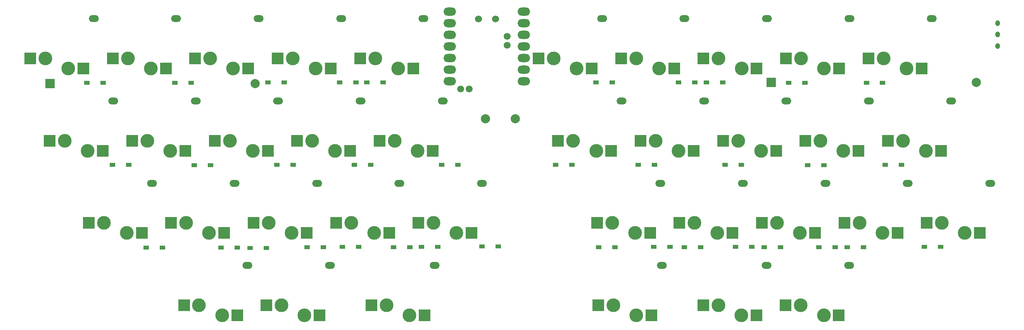
<source format=gbr>
%TF.GenerationSoftware,KiCad,Pcbnew,8.0.7*%
%TF.CreationDate,2025-05-18T22:23:59+09:00*%
%TF.ProjectId,cool436,636f6f6c-3433-4362-9e6b-696361645f70,rev?*%
%TF.SameCoordinates,Original*%
%TF.FileFunction,Soldermask,Bot*%
%TF.FilePolarity,Negative*%
%FSLAX46Y46*%
G04 Gerber Fmt 4.6, Leading zero omitted, Abs format (unit mm)*
G04 Created by KiCad (PCBNEW 8.0.7) date 2025-05-18 22:23:59*
%MOMM*%
%LPD*%
G01*
G04 APERTURE LIST*
%ADD10C,3.000000*%
%ADD11O,2.200000X1.500000*%
%ADD12R,2.600000X2.600000*%
%ADD13R,1.300000X0.950000*%
%ADD14O,1.000000X1.300000*%
%ADD15R,2.000000X2.000000*%
%ADD16C,2.000000*%
%ADD17O,2.750000X1.800000*%
%ADD18C,1.500000*%
%ADD19C,1.524000*%
G04 APERTURE END LIST*
D10*
%TO.C,SW6*%
X30920000Y-38040000D03*
X35920000Y-40240000D03*
D11*
X41470000Y-29340000D03*
D12*
X27620000Y-38040000D03*
X39220000Y-40240000D03*
%TD*%
D10*
%TO.C,SW22*%
X123920000Y-38040000D03*
X128920000Y-40240000D03*
D11*
X134470000Y-29340000D03*
D12*
X120620000Y-38040000D03*
X132220000Y-40240000D03*
%TD*%
D10*
%TO.C,SW14*%
X66920000Y-38040000D03*
X71920000Y-40240000D03*
D11*
X77470000Y-29340000D03*
D12*
X63620000Y-38040000D03*
X75220000Y-40240000D03*
%TD*%
D13*
%TO.C,D6*%
X41175000Y-43360000D03*
X44725000Y-43360000D03*
%TD*%
D10*
%TO.C,SW13*%
X62670000Y-20040000D03*
X67670000Y-22240000D03*
D11*
X73220000Y-11340000D03*
D12*
X59370000Y-20040000D03*
X70970000Y-22240000D03*
%TD*%
D10*
%TO.C,SW24*%
X173620000Y-74040000D03*
X178620000Y-76240000D03*
D11*
X184170000Y-65340000D03*
D12*
X170320000Y-74040000D03*
X181920000Y-76240000D03*
%TD*%
D13*
%TO.C,D7*%
X47005000Y-61390000D03*
X50555000Y-61390000D03*
%TD*%
D10*
%TO.C,SW27*%
X141920000Y-38040000D03*
X146920000Y-40240000D03*
D11*
X152470000Y-29340000D03*
D12*
X138620000Y-38040000D03*
X150220000Y-40240000D03*
%TD*%
D13*
%TO.C,D27*%
X138145000Y-43340000D03*
X141695000Y-43340000D03*
%TD*%
%TO.C,D33*%
X170925000Y-25330000D03*
X174475000Y-25330000D03*
%TD*%
%TO.C,D18*%
X95165000Y-43310000D03*
X98715000Y-43310000D03*
%TD*%
D10*
%TO.C,SW23*%
X132420000Y-56040000D03*
X137420000Y-58240000D03*
D11*
X142970000Y-47340000D03*
D12*
X129120000Y-56040000D03*
X140720000Y-58240000D03*
%TD*%
D13*
%TO.C,D4*%
X53365000Y-61470000D03*
X56915000Y-61470000D03*
%TD*%
D10*
%TO.C,SW3*%
X21420000Y-56040000D03*
X26420000Y-58240000D03*
D11*
X31970000Y-47340000D03*
D12*
X18120000Y-56040000D03*
X29720000Y-58240000D03*
%TD*%
D10*
%TO.C,SW34*%
X191670000Y-20040000D03*
X196670000Y-22240000D03*
D11*
X202220000Y-11340000D03*
D12*
X188370000Y-20040000D03*
X199970000Y-22240000D03*
%TD*%
D10*
%TO.C,SW26*%
X159920000Y-38040000D03*
X164920000Y-40240000D03*
D11*
X170470000Y-29340000D03*
D12*
X156620000Y-38040000D03*
X168220000Y-40240000D03*
%TD*%
D10*
%TO.C,SW4*%
X42220000Y-74040000D03*
X47220000Y-76240000D03*
D11*
X52770000Y-65340000D03*
D12*
X38920000Y-74040000D03*
X50520000Y-76240000D03*
%TD*%
D13*
%TO.C,D22*%
X120080000Y-43350000D03*
X123630000Y-43350000D03*
%TD*%
%TO.C,D26*%
X157085000Y-43320000D03*
X160635000Y-43320000D03*
%TD*%
D14*
%TO.C,SW45*%
X216560000Y-12290000D03*
X216560000Y-14790000D03*
X216560000Y-17290000D03*
%TD*%
D13*
%TO.C,D23*%
X129465000Y-61310000D03*
X133015000Y-61310000D03*
%TD*%
D10*
%TO.C,SW20*%
X155620000Y-74040000D03*
X160620000Y-76240000D03*
D11*
X166170000Y-65340000D03*
D12*
X152320000Y-74040000D03*
X163920000Y-76240000D03*
%TD*%
D10*
%TO.C,SW12*%
X83120000Y-74040000D03*
X88120000Y-76240000D03*
D11*
X93670000Y-65340000D03*
D12*
X79820000Y-74040000D03*
X91420000Y-76240000D03*
%TD*%
D10*
%TO.C,SW33*%
X173670000Y-20040000D03*
X178670000Y-22240000D03*
D11*
X184220000Y-11340000D03*
D12*
X170370000Y-20040000D03*
X181970000Y-22240000D03*
%TD*%
D13*
%TO.C,D32*%
X165655000Y-61340000D03*
X169205000Y-61340000D03*
%TD*%
D10*
%TO.C,SW1*%
X8670000Y-20040000D03*
X13670000Y-22240000D03*
D11*
X19220000Y-11340000D03*
D12*
X5370000Y-20040000D03*
X16970000Y-22240000D03*
%TD*%
D10*
%TO.C,SW29*%
X155670000Y-20040000D03*
X160670000Y-22240000D03*
D11*
X166220000Y-11340000D03*
D12*
X152370000Y-20040000D03*
X163970000Y-22240000D03*
%TD*%
D10*
%TO.C,SW31*%
X186420000Y-56040000D03*
X191420000Y-58240000D03*
D11*
X196970000Y-47340000D03*
D12*
X183120000Y-56040000D03*
X194720000Y-58240000D03*
%TD*%
D15*
%TO.C,BT1*%
X167170000Y-25290000D03*
D16*
X211970000Y-25290000D03*
%TD*%
D13*
%TO.C,D35*%
X192025000Y-43320000D03*
X195575000Y-43320000D03*
%TD*%
%TO.C,D19*%
X104020000Y-61140000D03*
X107570000Y-61140000D03*
%TD*%
D10*
%TO.C,SW35*%
X195920000Y-38040000D03*
X200920000Y-40240000D03*
D11*
X206470000Y-29340000D03*
D12*
X192620000Y-38040000D03*
X204220000Y-40240000D03*
%TD*%
D13*
%TO.C,D1*%
X17675000Y-25330000D03*
X21225000Y-25330000D03*
%TD*%
%TO.C,D5*%
X36945000Y-25340000D03*
X40495000Y-25340000D03*
%TD*%
%TO.C,D10*%
X59215000Y-43310000D03*
X62765000Y-43310000D03*
%TD*%
D10*
%TO.C,SW9*%
X44670000Y-20040000D03*
X49670000Y-22240000D03*
D11*
X55220000Y-11340000D03*
D12*
X41370000Y-20040000D03*
X52970000Y-22240000D03*
%TD*%
D10*
%TO.C,SW19*%
X93420000Y-56040000D03*
X98420000Y-58240000D03*
D11*
X103970000Y-47340000D03*
D12*
X90120000Y-56040000D03*
X101720000Y-58240000D03*
%TD*%
D13*
%TO.C,D14*%
X76135000Y-43330000D03*
X79685000Y-43330000D03*
%TD*%
%TO.C,D31*%
X183705000Y-61360000D03*
X187255000Y-61360000D03*
%TD*%
%TO.C,D15*%
X84655000Y-61330000D03*
X88205000Y-61330000D03*
%TD*%
%TO.C,D3*%
X30695000Y-61420000D03*
X34245000Y-61420000D03*
%TD*%
%TO.C,D12*%
X90815000Y-61300000D03*
X94365000Y-61300000D03*
%TD*%
D10*
%TO.C,SW15*%
X75420000Y-56040000D03*
X80420000Y-58240000D03*
D11*
X85970000Y-47340000D03*
D12*
X72120000Y-56040000D03*
X83720000Y-58240000D03*
%TD*%
D15*
%TO.C,BT2*%
X9630000Y-25560000D03*
D16*
X54430000Y-25560000D03*
%TD*%
D13*
%TO.C,D8*%
X73505000Y-61280000D03*
X77055000Y-61280000D03*
%TD*%
%TO.C,D25*%
X146935000Y-25310000D03*
X150485000Y-25310000D03*
%TD*%
D10*
%TO.C,SW2*%
X12920000Y-38040000D03*
X17920000Y-40240000D03*
D11*
X23470000Y-29340000D03*
D12*
X9620000Y-38040000D03*
X21220000Y-40240000D03*
%TD*%
D10*
%TO.C,SW8*%
X60220000Y-74040000D03*
X65220000Y-76240000D03*
D11*
X70770000Y-65340000D03*
D12*
X56920000Y-74040000D03*
X68520000Y-76240000D03*
%TD*%
D10*
%TO.C,SW16*%
X132720000Y-74040000D03*
X137720000Y-76240000D03*
D11*
X143270000Y-65340000D03*
D12*
X129420000Y-74040000D03*
X141020000Y-76240000D03*
%TD*%
D10*
%TO.C,SW17*%
X80670000Y-20040000D03*
X85670000Y-22240000D03*
D11*
X91220000Y-11340000D03*
D12*
X77370000Y-20040000D03*
X88970000Y-22240000D03*
%TD*%
D13*
%TO.C,D2*%
X23275000Y-43280000D03*
X26825000Y-43280000D03*
%TD*%
%TO.C,D13*%
X72935000Y-25300000D03*
X76485000Y-25300000D03*
%TD*%
D10*
%TO.C,SW36*%
X204420000Y-56040000D03*
X209420000Y-58240000D03*
D11*
X214970000Y-47340000D03*
D12*
X201120000Y-56040000D03*
X212720000Y-58240000D03*
%TD*%
D13*
%TO.C,D20*%
X159375000Y-61240000D03*
X162925000Y-61240000D03*
%TD*%
D10*
%TO.C,SW32*%
X168420000Y-56040000D03*
X173420000Y-58240000D03*
D11*
X178970000Y-47340000D03*
D12*
X165120000Y-56040000D03*
X176720000Y-58240000D03*
%TD*%
D10*
%TO.C,SW7*%
X39420000Y-56040000D03*
X44420000Y-58240000D03*
D11*
X49970000Y-47340000D03*
D12*
X36120000Y-56040000D03*
X47720000Y-58240000D03*
%TD*%
D13*
%TO.C,D24*%
X177585000Y-61330000D03*
X181135000Y-61330000D03*
%TD*%
D10*
%TO.C,SW21*%
X119670000Y-20040000D03*
X124670000Y-22240000D03*
D11*
X130220000Y-11340000D03*
D12*
X116370000Y-20040000D03*
X127970000Y-22240000D03*
%TD*%
D13*
%TO.C,D30*%
X175145000Y-43380000D03*
X178695000Y-43380000D03*
%TD*%
%TO.C,D17*%
X78815000Y-25290000D03*
X82365000Y-25290000D03*
%TD*%
%TO.C,D28*%
X148215000Y-61310000D03*
X151765000Y-61310000D03*
%TD*%
D10*
%TO.C,SW5*%
X26670000Y-20040000D03*
X31670000Y-22240000D03*
D11*
X37220000Y-11340000D03*
D12*
X23370000Y-20040000D03*
X34970000Y-22240000D03*
%TD*%
D10*
%TO.C,SW11*%
X57420000Y-56040000D03*
X62420000Y-58240000D03*
D11*
X67970000Y-47340000D03*
D12*
X54120000Y-56040000D03*
X65720000Y-58240000D03*
%TD*%
D13*
%TO.C,D34*%
X187935000Y-25380000D03*
X191485000Y-25380000D03*
%TD*%
%TO.C,D36*%
X200595000Y-61280000D03*
X204145000Y-61280000D03*
%TD*%
%TO.C,D16*%
X141460000Y-61280000D03*
X145010000Y-61280000D03*
%TD*%
%TO.C,D29*%
X152995000Y-25290000D03*
X156545000Y-25290000D03*
%TD*%
%TO.C,D9*%
X57235000Y-25260000D03*
X60785000Y-25260000D03*
%TD*%
D16*
%TO.C,SW46*%
X104780000Y-33250000D03*
X111280000Y-33250000D03*
%TD*%
D13*
%TO.C,D21*%
X128875000Y-25280000D03*
X132425000Y-25280000D03*
%TD*%
%TO.C,D11*%
X65770000Y-61350000D03*
X69320000Y-61350000D03*
%TD*%
D10*
%TO.C,SW30*%
X177920000Y-38040000D03*
X182920000Y-40240000D03*
D11*
X188470000Y-29340000D03*
D12*
X174620000Y-38040000D03*
X186220000Y-40240000D03*
%TD*%
D10*
%TO.C,SW18*%
X84920000Y-38040000D03*
X89920000Y-40240000D03*
D11*
X95470000Y-29340000D03*
D12*
X81620000Y-38040000D03*
X93220000Y-40240000D03*
%TD*%
D10*
%TO.C,SW28*%
X150420000Y-56040000D03*
X155420000Y-58240000D03*
D11*
X160970000Y-47340000D03*
D12*
X147120000Y-56040000D03*
X158720000Y-58240000D03*
%TD*%
D10*
%TO.C,SW10*%
X48920000Y-38040000D03*
X53920000Y-40240000D03*
D11*
X59470000Y-29340000D03*
D12*
X45620000Y-38040000D03*
X57220000Y-40240000D03*
%TD*%
D10*
%TO.C,SW25*%
X137670000Y-20040000D03*
X142670000Y-22240000D03*
D11*
X148220000Y-11340000D03*
D12*
X134370000Y-20040000D03*
X145970000Y-22240000D03*
%TD*%
D17*
%TO.C,U1*%
X113160000Y-9804000D03*
X113160000Y-12344000D03*
X113160000Y-14884000D03*
X113160000Y-17424000D03*
X113160000Y-19964000D03*
X113160000Y-22504000D03*
X113160000Y-25044000D03*
X96920000Y-25044000D03*
X96920000Y-22504000D03*
X96920000Y-19964000D03*
X96920000Y-17424000D03*
X96920000Y-14884000D03*
X96920000Y-12344000D03*
X96920000Y-9804000D03*
D18*
X101204600Y-26736000D03*
X99325000Y-26736000D03*
X109485000Y-17107000D03*
X109485000Y-15202000D03*
D19*
X106920000Y-11354000D03*
X103200000Y-11414000D03*
%TD*%
M02*

</source>
